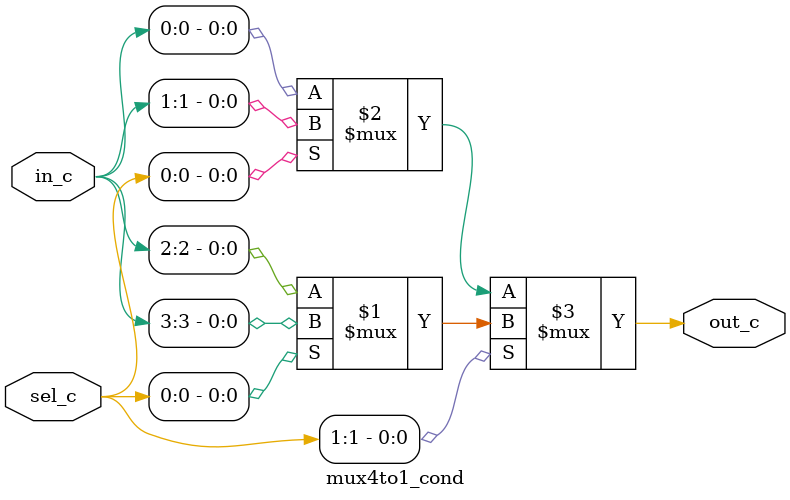
<source format=v>
`timescale 1ns / 1ps

module mux4to1_cond(
    input [3:0] in_c,
    input [1:0] sel_c,
    output out_c
    );
    
    assign out_c = sel_c[1] ? ( sel_c[0] ? in_c[3] : in_c[2] ) : ( sel_c[0] ? in_c[1] : in_c[0] ) ;
endmodule

</source>
